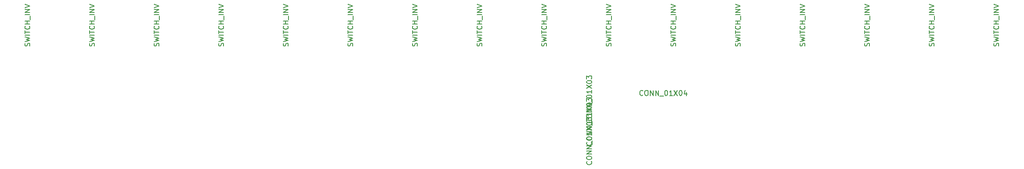
<source format=gbr>
G04 #@! TF.FileFunction,Other,Fab,Top*
%FSLAX46Y46*%
G04 Gerber Fmt 4.6, Leading zero omitted, Abs format (unit mm)*
G04 Created by KiCad (PCBNEW 4.0.2-stable) date 12/08/2016 19:46:14*
%MOMM*%
G01*
G04 APERTURE LIST*
%ADD10C,0.100000*%
%ADD11C,0.150000*%
G04 APERTURE END LIST*
D10*
D11*
X184582143Y-47203809D02*
X184629762Y-47251428D01*
X184677381Y-47394285D01*
X184677381Y-47489523D01*
X184629762Y-47632381D01*
X184534524Y-47727619D01*
X184439286Y-47775238D01*
X184248810Y-47822857D01*
X184105952Y-47822857D01*
X183915476Y-47775238D01*
X183820238Y-47727619D01*
X183725000Y-47632381D01*
X183677381Y-47489523D01*
X183677381Y-47394285D01*
X183725000Y-47251428D01*
X183772619Y-47203809D01*
X183677381Y-46584762D02*
X183677381Y-46394285D01*
X183725000Y-46299047D01*
X183820238Y-46203809D01*
X184010714Y-46156190D01*
X184344048Y-46156190D01*
X184534524Y-46203809D01*
X184629762Y-46299047D01*
X184677381Y-46394285D01*
X184677381Y-46584762D01*
X184629762Y-46680000D01*
X184534524Y-46775238D01*
X184344048Y-46822857D01*
X184010714Y-46822857D01*
X183820238Y-46775238D01*
X183725000Y-46680000D01*
X183677381Y-46584762D01*
X184677381Y-45727619D02*
X183677381Y-45727619D01*
X184677381Y-45156190D01*
X183677381Y-45156190D01*
X184677381Y-44680000D02*
X183677381Y-44680000D01*
X184677381Y-44108571D01*
X183677381Y-44108571D01*
X184772619Y-43870476D02*
X184772619Y-43108571D01*
X183677381Y-42680000D02*
X183677381Y-42584761D01*
X183725000Y-42489523D01*
X183772619Y-42441904D01*
X183867857Y-42394285D01*
X184058333Y-42346666D01*
X184296429Y-42346666D01*
X184486905Y-42394285D01*
X184582143Y-42441904D01*
X184629762Y-42489523D01*
X184677381Y-42584761D01*
X184677381Y-42680000D01*
X184629762Y-42775238D01*
X184582143Y-42822857D01*
X184486905Y-42870476D01*
X184296429Y-42918095D01*
X184058333Y-42918095D01*
X183867857Y-42870476D01*
X183772619Y-42822857D01*
X183725000Y-42775238D01*
X183677381Y-42680000D01*
X184677381Y-41394285D02*
X184677381Y-41965714D01*
X184677381Y-41680000D02*
X183677381Y-41680000D01*
X183820238Y-41775238D01*
X183915476Y-41870476D01*
X183963095Y-41965714D01*
X183677381Y-41060952D02*
X184677381Y-40394285D01*
X183677381Y-40394285D02*
X184677381Y-41060952D01*
X183677381Y-39822857D02*
X183677381Y-39727618D01*
X183725000Y-39632380D01*
X183772619Y-39584761D01*
X183867857Y-39537142D01*
X184058333Y-39489523D01*
X184296429Y-39489523D01*
X184486905Y-39537142D01*
X184582143Y-39584761D01*
X184629762Y-39632380D01*
X184677381Y-39727618D01*
X184677381Y-39822857D01*
X184629762Y-39918095D01*
X184582143Y-39965714D01*
X184486905Y-40013333D01*
X184296429Y-40060952D01*
X184058333Y-40060952D01*
X183867857Y-40013333D01*
X183772619Y-39965714D01*
X183725000Y-39918095D01*
X183677381Y-39822857D01*
X183677381Y-39156190D02*
X183677381Y-38537142D01*
X184058333Y-38870476D01*
X184058333Y-38727618D01*
X184105952Y-38632380D01*
X184153571Y-38584761D01*
X184248810Y-38537142D01*
X184486905Y-38537142D01*
X184582143Y-38584761D01*
X184629762Y-38632380D01*
X184677381Y-38727618D01*
X184677381Y-39013333D01*
X184629762Y-39108571D01*
X184582143Y-39156190D01*
X264654762Y-28226428D02*
X264702381Y-28083571D01*
X264702381Y-27845475D01*
X264654762Y-27750237D01*
X264607143Y-27702618D01*
X264511905Y-27654999D01*
X264416667Y-27654999D01*
X264321429Y-27702618D01*
X264273810Y-27750237D01*
X264226190Y-27845475D01*
X264178571Y-28035952D01*
X264130952Y-28131190D01*
X264083333Y-28178809D01*
X263988095Y-28226428D01*
X263892857Y-28226428D01*
X263797619Y-28178809D01*
X263750000Y-28131190D01*
X263702381Y-28035952D01*
X263702381Y-27797856D01*
X263750000Y-27654999D01*
X263702381Y-27321666D02*
X264702381Y-27083571D01*
X263988095Y-26893094D01*
X264702381Y-26702618D01*
X263702381Y-26464523D01*
X264702381Y-26083571D02*
X263702381Y-26083571D01*
X263702381Y-25750238D02*
X263702381Y-25178809D01*
X264702381Y-25464524D02*
X263702381Y-25464524D01*
X264607143Y-24274047D02*
X264654762Y-24321666D01*
X264702381Y-24464523D01*
X264702381Y-24559761D01*
X264654762Y-24702619D01*
X264559524Y-24797857D01*
X264464286Y-24845476D01*
X264273810Y-24893095D01*
X264130952Y-24893095D01*
X263940476Y-24845476D01*
X263845238Y-24797857D01*
X263750000Y-24702619D01*
X263702381Y-24559761D01*
X263702381Y-24464523D01*
X263750000Y-24321666D01*
X263797619Y-24274047D01*
X264702381Y-23845476D02*
X263702381Y-23845476D01*
X264178571Y-23845476D02*
X264178571Y-23274047D01*
X264702381Y-23274047D02*
X263702381Y-23274047D01*
X264797619Y-23035952D02*
X264797619Y-22274047D01*
X264702381Y-22035952D02*
X263702381Y-22035952D01*
X264702381Y-21559762D02*
X263702381Y-21559762D01*
X264702381Y-20988333D01*
X263702381Y-20988333D01*
X263702381Y-20655000D02*
X264702381Y-20321667D01*
X263702381Y-19988333D01*
X251954762Y-28226428D02*
X252002381Y-28083571D01*
X252002381Y-27845475D01*
X251954762Y-27750237D01*
X251907143Y-27702618D01*
X251811905Y-27654999D01*
X251716667Y-27654999D01*
X251621429Y-27702618D01*
X251573810Y-27750237D01*
X251526190Y-27845475D01*
X251478571Y-28035952D01*
X251430952Y-28131190D01*
X251383333Y-28178809D01*
X251288095Y-28226428D01*
X251192857Y-28226428D01*
X251097619Y-28178809D01*
X251050000Y-28131190D01*
X251002381Y-28035952D01*
X251002381Y-27797856D01*
X251050000Y-27654999D01*
X251002381Y-27321666D02*
X252002381Y-27083571D01*
X251288095Y-26893094D01*
X252002381Y-26702618D01*
X251002381Y-26464523D01*
X252002381Y-26083571D02*
X251002381Y-26083571D01*
X251002381Y-25750238D02*
X251002381Y-25178809D01*
X252002381Y-25464524D02*
X251002381Y-25464524D01*
X251907143Y-24274047D02*
X251954762Y-24321666D01*
X252002381Y-24464523D01*
X252002381Y-24559761D01*
X251954762Y-24702619D01*
X251859524Y-24797857D01*
X251764286Y-24845476D01*
X251573810Y-24893095D01*
X251430952Y-24893095D01*
X251240476Y-24845476D01*
X251145238Y-24797857D01*
X251050000Y-24702619D01*
X251002381Y-24559761D01*
X251002381Y-24464523D01*
X251050000Y-24321666D01*
X251097619Y-24274047D01*
X252002381Y-23845476D02*
X251002381Y-23845476D01*
X251478571Y-23845476D02*
X251478571Y-23274047D01*
X252002381Y-23274047D02*
X251002381Y-23274047D01*
X252097619Y-23035952D02*
X252097619Y-22274047D01*
X252002381Y-22035952D02*
X251002381Y-22035952D01*
X252002381Y-21559762D02*
X251002381Y-21559762D01*
X252002381Y-20988333D01*
X251002381Y-20988333D01*
X251002381Y-20655000D02*
X252002381Y-20321667D01*
X251002381Y-19988333D01*
X239254762Y-28226428D02*
X239302381Y-28083571D01*
X239302381Y-27845475D01*
X239254762Y-27750237D01*
X239207143Y-27702618D01*
X239111905Y-27654999D01*
X239016667Y-27654999D01*
X238921429Y-27702618D01*
X238873810Y-27750237D01*
X238826190Y-27845475D01*
X238778571Y-28035952D01*
X238730952Y-28131190D01*
X238683333Y-28178809D01*
X238588095Y-28226428D01*
X238492857Y-28226428D01*
X238397619Y-28178809D01*
X238350000Y-28131190D01*
X238302381Y-28035952D01*
X238302381Y-27797856D01*
X238350000Y-27654999D01*
X238302381Y-27321666D02*
X239302381Y-27083571D01*
X238588095Y-26893094D01*
X239302381Y-26702618D01*
X238302381Y-26464523D01*
X239302381Y-26083571D02*
X238302381Y-26083571D01*
X238302381Y-25750238D02*
X238302381Y-25178809D01*
X239302381Y-25464524D02*
X238302381Y-25464524D01*
X239207143Y-24274047D02*
X239254762Y-24321666D01*
X239302381Y-24464523D01*
X239302381Y-24559761D01*
X239254762Y-24702619D01*
X239159524Y-24797857D01*
X239064286Y-24845476D01*
X238873810Y-24893095D01*
X238730952Y-24893095D01*
X238540476Y-24845476D01*
X238445238Y-24797857D01*
X238350000Y-24702619D01*
X238302381Y-24559761D01*
X238302381Y-24464523D01*
X238350000Y-24321666D01*
X238397619Y-24274047D01*
X239302381Y-23845476D02*
X238302381Y-23845476D01*
X238778571Y-23845476D02*
X238778571Y-23274047D01*
X239302381Y-23274047D02*
X238302381Y-23274047D01*
X239397619Y-23035952D02*
X239397619Y-22274047D01*
X239302381Y-22035952D02*
X238302381Y-22035952D01*
X239302381Y-21559762D02*
X238302381Y-21559762D01*
X239302381Y-20988333D01*
X238302381Y-20988333D01*
X238302381Y-20655000D02*
X239302381Y-20321667D01*
X238302381Y-19988333D01*
X226554762Y-28226428D02*
X226602381Y-28083571D01*
X226602381Y-27845475D01*
X226554762Y-27750237D01*
X226507143Y-27702618D01*
X226411905Y-27654999D01*
X226316667Y-27654999D01*
X226221429Y-27702618D01*
X226173810Y-27750237D01*
X226126190Y-27845475D01*
X226078571Y-28035952D01*
X226030952Y-28131190D01*
X225983333Y-28178809D01*
X225888095Y-28226428D01*
X225792857Y-28226428D01*
X225697619Y-28178809D01*
X225650000Y-28131190D01*
X225602381Y-28035952D01*
X225602381Y-27797856D01*
X225650000Y-27654999D01*
X225602381Y-27321666D02*
X226602381Y-27083571D01*
X225888095Y-26893094D01*
X226602381Y-26702618D01*
X225602381Y-26464523D01*
X226602381Y-26083571D02*
X225602381Y-26083571D01*
X225602381Y-25750238D02*
X225602381Y-25178809D01*
X226602381Y-25464524D02*
X225602381Y-25464524D01*
X226507143Y-24274047D02*
X226554762Y-24321666D01*
X226602381Y-24464523D01*
X226602381Y-24559761D01*
X226554762Y-24702619D01*
X226459524Y-24797857D01*
X226364286Y-24845476D01*
X226173810Y-24893095D01*
X226030952Y-24893095D01*
X225840476Y-24845476D01*
X225745238Y-24797857D01*
X225650000Y-24702619D01*
X225602381Y-24559761D01*
X225602381Y-24464523D01*
X225650000Y-24321666D01*
X225697619Y-24274047D01*
X226602381Y-23845476D02*
X225602381Y-23845476D01*
X226078571Y-23845476D02*
X226078571Y-23274047D01*
X226602381Y-23274047D02*
X225602381Y-23274047D01*
X226697619Y-23035952D02*
X226697619Y-22274047D01*
X226602381Y-22035952D02*
X225602381Y-22035952D01*
X226602381Y-21559762D02*
X225602381Y-21559762D01*
X226602381Y-20988333D01*
X225602381Y-20988333D01*
X225602381Y-20655000D02*
X226602381Y-20321667D01*
X225602381Y-19988333D01*
X213854762Y-28226428D02*
X213902381Y-28083571D01*
X213902381Y-27845475D01*
X213854762Y-27750237D01*
X213807143Y-27702618D01*
X213711905Y-27654999D01*
X213616667Y-27654999D01*
X213521429Y-27702618D01*
X213473810Y-27750237D01*
X213426190Y-27845475D01*
X213378571Y-28035952D01*
X213330952Y-28131190D01*
X213283333Y-28178809D01*
X213188095Y-28226428D01*
X213092857Y-28226428D01*
X212997619Y-28178809D01*
X212950000Y-28131190D01*
X212902381Y-28035952D01*
X212902381Y-27797856D01*
X212950000Y-27654999D01*
X212902381Y-27321666D02*
X213902381Y-27083571D01*
X213188095Y-26893094D01*
X213902381Y-26702618D01*
X212902381Y-26464523D01*
X213902381Y-26083571D02*
X212902381Y-26083571D01*
X212902381Y-25750238D02*
X212902381Y-25178809D01*
X213902381Y-25464524D02*
X212902381Y-25464524D01*
X213807143Y-24274047D02*
X213854762Y-24321666D01*
X213902381Y-24464523D01*
X213902381Y-24559761D01*
X213854762Y-24702619D01*
X213759524Y-24797857D01*
X213664286Y-24845476D01*
X213473810Y-24893095D01*
X213330952Y-24893095D01*
X213140476Y-24845476D01*
X213045238Y-24797857D01*
X212950000Y-24702619D01*
X212902381Y-24559761D01*
X212902381Y-24464523D01*
X212950000Y-24321666D01*
X212997619Y-24274047D01*
X213902381Y-23845476D02*
X212902381Y-23845476D01*
X213378571Y-23845476D02*
X213378571Y-23274047D01*
X213902381Y-23274047D02*
X212902381Y-23274047D01*
X213997619Y-23035952D02*
X213997619Y-22274047D01*
X213902381Y-22035952D02*
X212902381Y-22035952D01*
X213902381Y-21559762D02*
X212902381Y-21559762D01*
X213902381Y-20988333D01*
X212902381Y-20988333D01*
X212902381Y-20655000D02*
X213902381Y-20321667D01*
X212902381Y-19988333D01*
X201154762Y-28226428D02*
X201202381Y-28083571D01*
X201202381Y-27845475D01*
X201154762Y-27750237D01*
X201107143Y-27702618D01*
X201011905Y-27654999D01*
X200916667Y-27654999D01*
X200821429Y-27702618D01*
X200773810Y-27750237D01*
X200726190Y-27845475D01*
X200678571Y-28035952D01*
X200630952Y-28131190D01*
X200583333Y-28178809D01*
X200488095Y-28226428D01*
X200392857Y-28226428D01*
X200297619Y-28178809D01*
X200250000Y-28131190D01*
X200202381Y-28035952D01*
X200202381Y-27797856D01*
X200250000Y-27654999D01*
X200202381Y-27321666D02*
X201202381Y-27083571D01*
X200488095Y-26893094D01*
X201202381Y-26702618D01*
X200202381Y-26464523D01*
X201202381Y-26083571D02*
X200202381Y-26083571D01*
X200202381Y-25750238D02*
X200202381Y-25178809D01*
X201202381Y-25464524D02*
X200202381Y-25464524D01*
X201107143Y-24274047D02*
X201154762Y-24321666D01*
X201202381Y-24464523D01*
X201202381Y-24559761D01*
X201154762Y-24702619D01*
X201059524Y-24797857D01*
X200964286Y-24845476D01*
X200773810Y-24893095D01*
X200630952Y-24893095D01*
X200440476Y-24845476D01*
X200345238Y-24797857D01*
X200250000Y-24702619D01*
X200202381Y-24559761D01*
X200202381Y-24464523D01*
X200250000Y-24321666D01*
X200297619Y-24274047D01*
X201202381Y-23845476D02*
X200202381Y-23845476D01*
X200678571Y-23845476D02*
X200678571Y-23274047D01*
X201202381Y-23274047D02*
X200202381Y-23274047D01*
X201297619Y-23035952D02*
X201297619Y-22274047D01*
X201202381Y-22035952D02*
X200202381Y-22035952D01*
X201202381Y-21559762D02*
X200202381Y-21559762D01*
X201202381Y-20988333D01*
X200202381Y-20988333D01*
X200202381Y-20655000D02*
X201202381Y-20321667D01*
X200202381Y-19988333D01*
X188454762Y-28226428D02*
X188502381Y-28083571D01*
X188502381Y-27845475D01*
X188454762Y-27750237D01*
X188407143Y-27702618D01*
X188311905Y-27654999D01*
X188216667Y-27654999D01*
X188121429Y-27702618D01*
X188073810Y-27750237D01*
X188026190Y-27845475D01*
X187978571Y-28035952D01*
X187930952Y-28131190D01*
X187883333Y-28178809D01*
X187788095Y-28226428D01*
X187692857Y-28226428D01*
X187597619Y-28178809D01*
X187550000Y-28131190D01*
X187502381Y-28035952D01*
X187502381Y-27797856D01*
X187550000Y-27654999D01*
X187502381Y-27321666D02*
X188502381Y-27083571D01*
X187788095Y-26893094D01*
X188502381Y-26702618D01*
X187502381Y-26464523D01*
X188502381Y-26083571D02*
X187502381Y-26083571D01*
X187502381Y-25750238D02*
X187502381Y-25178809D01*
X188502381Y-25464524D02*
X187502381Y-25464524D01*
X188407143Y-24274047D02*
X188454762Y-24321666D01*
X188502381Y-24464523D01*
X188502381Y-24559761D01*
X188454762Y-24702619D01*
X188359524Y-24797857D01*
X188264286Y-24845476D01*
X188073810Y-24893095D01*
X187930952Y-24893095D01*
X187740476Y-24845476D01*
X187645238Y-24797857D01*
X187550000Y-24702619D01*
X187502381Y-24559761D01*
X187502381Y-24464523D01*
X187550000Y-24321666D01*
X187597619Y-24274047D01*
X188502381Y-23845476D02*
X187502381Y-23845476D01*
X187978571Y-23845476D02*
X187978571Y-23274047D01*
X188502381Y-23274047D02*
X187502381Y-23274047D01*
X188597619Y-23035952D02*
X188597619Y-22274047D01*
X188502381Y-22035952D02*
X187502381Y-22035952D01*
X188502381Y-21559762D02*
X187502381Y-21559762D01*
X188502381Y-20988333D01*
X187502381Y-20988333D01*
X187502381Y-20655000D02*
X188502381Y-20321667D01*
X187502381Y-19988333D01*
X175754762Y-28226428D02*
X175802381Y-28083571D01*
X175802381Y-27845475D01*
X175754762Y-27750237D01*
X175707143Y-27702618D01*
X175611905Y-27654999D01*
X175516667Y-27654999D01*
X175421429Y-27702618D01*
X175373810Y-27750237D01*
X175326190Y-27845475D01*
X175278571Y-28035952D01*
X175230952Y-28131190D01*
X175183333Y-28178809D01*
X175088095Y-28226428D01*
X174992857Y-28226428D01*
X174897619Y-28178809D01*
X174850000Y-28131190D01*
X174802381Y-28035952D01*
X174802381Y-27797856D01*
X174850000Y-27654999D01*
X174802381Y-27321666D02*
X175802381Y-27083571D01*
X175088095Y-26893094D01*
X175802381Y-26702618D01*
X174802381Y-26464523D01*
X175802381Y-26083571D02*
X174802381Y-26083571D01*
X174802381Y-25750238D02*
X174802381Y-25178809D01*
X175802381Y-25464524D02*
X174802381Y-25464524D01*
X175707143Y-24274047D02*
X175754762Y-24321666D01*
X175802381Y-24464523D01*
X175802381Y-24559761D01*
X175754762Y-24702619D01*
X175659524Y-24797857D01*
X175564286Y-24845476D01*
X175373810Y-24893095D01*
X175230952Y-24893095D01*
X175040476Y-24845476D01*
X174945238Y-24797857D01*
X174850000Y-24702619D01*
X174802381Y-24559761D01*
X174802381Y-24464523D01*
X174850000Y-24321666D01*
X174897619Y-24274047D01*
X175802381Y-23845476D02*
X174802381Y-23845476D01*
X175278571Y-23845476D02*
X175278571Y-23274047D01*
X175802381Y-23274047D02*
X174802381Y-23274047D01*
X175897619Y-23035952D02*
X175897619Y-22274047D01*
X175802381Y-22035952D02*
X174802381Y-22035952D01*
X175802381Y-21559762D02*
X174802381Y-21559762D01*
X175802381Y-20988333D01*
X174802381Y-20988333D01*
X174802381Y-20655000D02*
X175802381Y-20321667D01*
X174802381Y-19988333D01*
X163054762Y-28226428D02*
X163102381Y-28083571D01*
X163102381Y-27845475D01*
X163054762Y-27750237D01*
X163007143Y-27702618D01*
X162911905Y-27654999D01*
X162816667Y-27654999D01*
X162721429Y-27702618D01*
X162673810Y-27750237D01*
X162626190Y-27845475D01*
X162578571Y-28035952D01*
X162530952Y-28131190D01*
X162483333Y-28178809D01*
X162388095Y-28226428D01*
X162292857Y-28226428D01*
X162197619Y-28178809D01*
X162150000Y-28131190D01*
X162102381Y-28035952D01*
X162102381Y-27797856D01*
X162150000Y-27654999D01*
X162102381Y-27321666D02*
X163102381Y-27083571D01*
X162388095Y-26893094D01*
X163102381Y-26702618D01*
X162102381Y-26464523D01*
X163102381Y-26083571D02*
X162102381Y-26083571D01*
X162102381Y-25750238D02*
X162102381Y-25178809D01*
X163102381Y-25464524D02*
X162102381Y-25464524D01*
X163007143Y-24274047D02*
X163054762Y-24321666D01*
X163102381Y-24464523D01*
X163102381Y-24559761D01*
X163054762Y-24702619D01*
X162959524Y-24797857D01*
X162864286Y-24845476D01*
X162673810Y-24893095D01*
X162530952Y-24893095D01*
X162340476Y-24845476D01*
X162245238Y-24797857D01*
X162150000Y-24702619D01*
X162102381Y-24559761D01*
X162102381Y-24464523D01*
X162150000Y-24321666D01*
X162197619Y-24274047D01*
X163102381Y-23845476D02*
X162102381Y-23845476D01*
X162578571Y-23845476D02*
X162578571Y-23274047D01*
X163102381Y-23274047D02*
X162102381Y-23274047D01*
X163197619Y-23035952D02*
X163197619Y-22274047D01*
X163102381Y-22035952D02*
X162102381Y-22035952D01*
X163102381Y-21559762D02*
X162102381Y-21559762D01*
X163102381Y-20988333D01*
X162102381Y-20988333D01*
X162102381Y-20655000D02*
X163102381Y-20321667D01*
X162102381Y-19988333D01*
X150354762Y-28226428D02*
X150402381Y-28083571D01*
X150402381Y-27845475D01*
X150354762Y-27750237D01*
X150307143Y-27702618D01*
X150211905Y-27654999D01*
X150116667Y-27654999D01*
X150021429Y-27702618D01*
X149973810Y-27750237D01*
X149926190Y-27845475D01*
X149878571Y-28035952D01*
X149830952Y-28131190D01*
X149783333Y-28178809D01*
X149688095Y-28226428D01*
X149592857Y-28226428D01*
X149497619Y-28178809D01*
X149450000Y-28131190D01*
X149402381Y-28035952D01*
X149402381Y-27797856D01*
X149450000Y-27654999D01*
X149402381Y-27321666D02*
X150402381Y-27083571D01*
X149688095Y-26893094D01*
X150402381Y-26702618D01*
X149402381Y-26464523D01*
X150402381Y-26083571D02*
X149402381Y-26083571D01*
X149402381Y-25750238D02*
X149402381Y-25178809D01*
X150402381Y-25464524D02*
X149402381Y-25464524D01*
X150307143Y-24274047D02*
X150354762Y-24321666D01*
X150402381Y-24464523D01*
X150402381Y-24559761D01*
X150354762Y-24702619D01*
X150259524Y-24797857D01*
X150164286Y-24845476D01*
X149973810Y-24893095D01*
X149830952Y-24893095D01*
X149640476Y-24845476D01*
X149545238Y-24797857D01*
X149450000Y-24702619D01*
X149402381Y-24559761D01*
X149402381Y-24464523D01*
X149450000Y-24321666D01*
X149497619Y-24274047D01*
X150402381Y-23845476D02*
X149402381Y-23845476D01*
X149878571Y-23845476D02*
X149878571Y-23274047D01*
X150402381Y-23274047D02*
X149402381Y-23274047D01*
X150497619Y-23035952D02*
X150497619Y-22274047D01*
X150402381Y-22035952D02*
X149402381Y-22035952D01*
X150402381Y-21559762D02*
X149402381Y-21559762D01*
X150402381Y-20988333D01*
X149402381Y-20988333D01*
X149402381Y-20655000D02*
X150402381Y-20321667D01*
X149402381Y-19988333D01*
X137654762Y-28226428D02*
X137702381Y-28083571D01*
X137702381Y-27845475D01*
X137654762Y-27750237D01*
X137607143Y-27702618D01*
X137511905Y-27654999D01*
X137416667Y-27654999D01*
X137321429Y-27702618D01*
X137273810Y-27750237D01*
X137226190Y-27845475D01*
X137178571Y-28035952D01*
X137130952Y-28131190D01*
X137083333Y-28178809D01*
X136988095Y-28226428D01*
X136892857Y-28226428D01*
X136797619Y-28178809D01*
X136750000Y-28131190D01*
X136702381Y-28035952D01*
X136702381Y-27797856D01*
X136750000Y-27654999D01*
X136702381Y-27321666D02*
X137702381Y-27083571D01*
X136988095Y-26893094D01*
X137702381Y-26702618D01*
X136702381Y-26464523D01*
X137702381Y-26083571D02*
X136702381Y-26083571D01*
X136702381Y-25750238D02*
X136702381Y-25178809D01*
X137702381Y-25464524D02*
X136702381Y-25464524D01*
X137607143Y-24274047D02*
X137654762Y-24321666D01*
X137702381Y-24464523D01*
X137702381Y-24559761D01*
X137654762Y-24702619D01*
X137559524Y-24797857D01*
X137464286Y-24845476D01*
X137273810Y-24893095D01*
X137130952Y-24893095D01*
X136940476Y-24845476D01*
X136845238Y-24797857D01*
X136750000Y-24702619D01*
X136702381Y-24559761D01*
X136702381Y-24464523D01*
X136750000Y-24321666D01*
X136797619Y-24274047D01*
X137702381Y-23845476D02*
X136702381Y-23845476D01*
X137178571Y-23845476D02*
X137178571Y-23274047D01*
X137702381Y-23274047D02*
X136702381Y-23274047D01*
X137797619Y-23035952D02*
X137797619Y-22274047D01*
X137702381Y-22035952D02*
X136702381Y-22035952D01*
X137702381Y-21559762D02*
X136702381Y-21559762D01*
X137702381Y-20988333D01*
X136702381Y-20988333D01*
X136702381Y-20655000D02*
X137702381Y-20321667D01*
X136702381Y-19988333D01*
X124954762Y-28226428D02*
X125002381Y-28083571D01*
X125002381Y-27845475D01*
X124954762Y-27750237D01*
X124907143Y-27702618D01*
X124811905Y-27654999D01*
X124716667Y-27654999D01*
X124621429Y-27702618D01*
X124573810Y-27750237D01*
X124526190Y-27845475D01*
X124478571Y-28035952D01*
X124430952Y-28131190D01*
X124383333Y-28178809D01*
X124288095Y-28226428D01*
X124192857Y-28226428D01*
X124097619Y-28178809D01*
X124050000Y-28131190D01*
X124002381Y-28035952D01*
X124002381Y-27797856D01*
X124050000Y-27654999D01*
X124002381Y-27321666D02*
X125002381Y-27083571D01*
X124288095Y-26893094D01*
X125002381Y-26702618D01*
X124002381Y-26464523D01*
X125002381Y-26083571D02*
X124002381Y-26083571D01*
X124002381Y-25750238D02*
X124002381Y-25178809D01*
X125002381Y-25464524D02*
X124002381Y-25464524D01*
X124907143Y-24274047D02*
X124954762Y-24321666D01*
X125002381Y-24464523D01*
X125002381Y-24559761D01*
X124954762Y-24702619D01*
X124859524Y-24797857D01*
X124764286Y-24845476D01*
X124573810Y-24893095D01*
X124430952Y-24893095D01*
X124240476Y-24845476D01*
X124145238Y-24797857D01*
X124050000Y-24702619D01*
X124002381Y-24559761D01*
X124002381Y-24464523D01*
X124050000Y-24321666D01*
X124097619Y-24274047D01*
X125002381Y-23845476D02*
X124002381Y-23845476D01*
X124478571Y-23845476D02*
X124478571Y-23274047D01*
X125002381Y-23274047D02*
X124002381Y-23274047D01*
X125097619Y-23035952D02*
X125097619Y-22274047D01*
X125002381Y-22035952D02*
X124002381Y-22035952D01*
X125002381Y-21559762D02*
X124002381Y-21559762D01*
X125002381Y-20988333D01*
X124002381Y-20988333D01*
X124002381Y-20655000D02*
X125002381Y-20321667D01*
X124002381Y-19988333D01*
X112254762Y-28226428D02*
X112302381Y-28083571D01*
X112302381Y-27845475D01*
X112254762Y-27750237D01*
X112207143Y-27702618D01*
X112111905Y-27654999D01*
X112016667Y-27654999D01*
X111921429Y-27702618D01*
X111873810Y-27750237D01*
X111826190Y-27845475D01*
X111778571Y-28035952D01*
X111730952Y-28131190D01*
X111683333Y-28178809D01*
X111588095Y-28226428D01*
X111492857Y-28226428D01*
X111397619Y-28178809D01*
X111350000Y-28131190D01*
X111302381Y-28035952D01*
X111302381Y-27797856D01*
X111350000Y-27654999D01*
X111302381Y-27321666D02*
X112302381Y-27083571D01*
X111588095Y-26893094D01*
X112302381Y-26702618D01*
X111302381Y-26464523D01*
X112302381Y-26083571D02*
X111302381Y-26083571D01*
X111302381Y-25750238D02*
X111302381Y-25178809D01*
X112302381Y-25464524D02*
X111302381Y-25464524D01*
X112207143Y-24274047D02*
X112254762Y-24321666D01*
X112302381Y-24464523D01*
X112302381Y-24559761D01*
X112254762Y-24702619D01*
X112159524Y-24797857D01*
X112064286Y-24845476D01*
X111873810Y-24893095D01*
X111730952Y-24893095D01*
X111540476Y-24845476D01*
X111445238Y-24797857D01*
X111350000Y-24702619D01*
X111302381Y-24559761D01*
X111302381Y-24464523D01*
X111350000Y-24321666D01*
X111397619Y-24274047D01*
X112302381Y-23845476D02*
X111302381Y-23845476D01*
X111778571Y-23845476D02*
X111778571Y-23274047D01*
X112302381Y-23274047D02*
X111302381Y-23274047D01*
X112397619Y-23035952D02*
X112397619Y-22274047D01*
X112302381Y-22035952D02*
X111302381Y-22035952D01*
X112302381Y-21559762D02*
X111302381Y-21559762D01*
X112302381Y-20988333D01*
X111302381Y-20988333D01*
X111302381Y-20655000D02*
X112302381Y-20321667D01*
X111302381Y-19988333D01*
X99554762Y-28226428D02*
X99602381Y-28083571D01*
X99602381Y-27845475D01*
X99554762Y-27750237D01*
X99507143Y-27702618D01*
X99411905Y-27654999D01*
X99316667Y-27654999D01*
X99221429Y-27702618D01*
X99173810Y-27750237D01*
X99126190Y-27845475D01*
X99078571Y-28035952D01*
X99030952Y-28131190D01*
X98983333Y-28178809D01*
X98888095Y-28226428D01*
X98792857Y-28226428D01*
X98697619Y-28178809D01*
X98650000Y-28131190D01*
X98602381Y-28035952D01*
X98602381Y-27797856D01*
X98650000Y-27654999D01*
X98602381Y-27321666D02*
X99602381Y-27083571D01*
X98888095Y-26893094D01*
X99602381Y-26702618D01*
X98602381Y-26464523D01*
X99602381Y-26083571D02*
X98602381Y-26083571D01*
X98602381Y-25750238D02*
X98602381Y-25178809D01*
X99602381Y-25464524D02*
X98602381Y-25464524D01*
X99507143Y-24274047D02*
X99554762Y-24321666D01*
X99602381Y-24464523D01*
X99602381Y-24559761D01*
X99554762Y-24702619D01*
X99459524Y-24797857D01*
X99364286Y-24845476D01*
X99173810Y-24893095D01*
X99030952Y-24893095D01*
X98840476Y-24845476D01*
X98745238Y-24797857D01*
X98650000Y-24702619D01*
X98602381Y-24559761D01*
X98602381Y-24464523D01*
X98650000Y-24321666D01*
X98697619Y-24274047D01*
X99602381Y-23845476D02*
X98602381Y-23845476D01*
X99078571Y-23845476D02*
X99078571Y-23274047D01*
X99602381Y-23274047D02*
X98602381Y-23274047D01*
X99697619Y-23035952D02*
X99697619Y-22274047D01*
X99602381Y-22035952D02*
X98602381Y-22035952D01*
X99602381Y-21559762D02*
X98602381Y-21559762D01*
X99602381Y-20988333D01*
X98602381Y-20988333D01*
X98602381Y-20655000D02*
X99602381Y-20321667D01*
X98602381Y-19988333D01*
X86854762Y-28226428D02*
X86902381Y-28083571D01*
X86902381Y-27845475D01*
X86854762Y-27750237D01*
X86807143Y-27702618D01*
X86711905Y-27654999D01*
X86616667Y-27654999D01*
X86521429Y-27702618D01*
X86473810Y-27750237D01*
X86426190Y-27845475D01*
X86378571Y-28035952D01*
X86330952Y-28131190D01*
X86283333Y-28178809D01*
X86188095Y-28226428D01*
X86092857Y-28226428D01*
X85997619Y-28178809D01*
X85950000Y-28131190D01*
X85902381Y-28035952D01*
X85902381Y-27797856D01*
X85950000Y-27654999D01*
X85902381Y-27321666D02*
X86902381Y-27083571D01*
X86188095Y-26893094D01*
X86902381Y-26702618D01*
X85902381Y-26464523D01*
X86902381Y-26083571D02*
X85902381Y-26083571D01*
X85902381Y-25750238D02*
X85902381Y-25178809D01*
X86902381Y-25464524D02*
X85902381Y-25464524D01*
X86807143Y-24274047D02*
X86854762Y-24321666D01*
X86902381Y-24464523D01*
X86902381Y-24559761D01*
X86854762Y-24702619D01*
X86759524Y-24797857D01*
X86664286Y-24845476D01*
X86473810Y-24893095D01*
X86330952Y-24893095D01*
X86140476Y-24845476D01*
X86045238Y-24797857D01*
X85950000Y-24702619D01*
X85902381Y-24559761D01*
X85902381Y-24464523D01*
X85950000Y-24321666D01*
X85997619Y-24274047D01*
X86902381Y-23845476D02*
X85902381Y-23845476D01*
X86378571Y-23845476D02*
X86378571Y-23274047D01*
X86902381Y-23274047D02*
X85902381Y-23274047D01*
X86997619Y-23035952D02*
X86997619Y-22274047D01*
X86902381Y-22035952D02*
X85902381Y-22035952D01*
X86902381Y-21559762D02*
X85902381Y-21559762D01*
X86902381Y-20988333D01*
X85902381Y-20988333D01*
X85902381Y-20655000D02*
X86902381Y-20321667D01*
X85902381Y-19988333D01*
X74154762Y-28226428D02*
X74202381Y-28083571D01*
X74202381Y-27845475D01*
X74154762Y-27750237D01*
X74107143Y-27702618D01*
X74011905Y-27654999D01*
X73916667Y-27654999D01*
X73821429Y-27702618D01*
X73773810Y-27750237D01*
X73726190Y-27845475D01*
X73678571Y-28035952D01*
X73630952Y-28131190D01*
X73583333Y-28178809D01*
X73488095Y-28226428D01*
X73392857Y-28226428D01*
X73297619Y-28178809D01*
X73250000Y-28131190D01*
X73202381Y-28035952D01*
X73202381Y-27797856D01*
X73250000Y-27654999D01*
X73202381Y-27321666D02*
X74202381Y-27083571D01*
X73488095Y-26893094D01*
X74202381Y-26702618D01*
X73202381Y-26464523D01*
X74202381Y-26083571D02*
X73202381Y-26083571D01*
X73202381Y-25750238D02*
X73202381Y-25178809D01*
X74202381Y-25464524D02*
X73202381Y-25464524D01*
X74107143Y-24274047D02*
X74154762Y-24321666D01*
X74202381Y-24464523D01*
X74202381Y-24559761D01*
X74154762Y-24702619D01*
X74059524Y-24797857D01*
X73964286Y-24845476D01*
X73773810Y-24893095D01*
X73630952Y-24893095D01*
X73440476Y-24845476D01*
X73345238Y-24797857D01*
X73250000Y-24702619D01*
X73202381Y-24559761D01*
X73202381Y-24464523D01*
X73250000Y-24321666D01*
X73297619Y-24274047D01*
X74202381Y-23845476D02*
X73202381Y-23845476D01*
X73678571Y-23845476D02*
X73678571Y-23274047D01*
X74202381Y-23274047D02*
X73202381Y-23274047D01*
X74297619Y-23035952D02*
X74297619Y-22274047D01*
X74202381Y-22035952D02*
X73202381Y-22035952D01*
X74202381Y-21559762D02*
X73202381Y-21559762D01*
X74202381Y-20988333D01*
X73202381Y-20988333D01*
X73202381Y-20655000D02*
X74202381Y-20321667D01*
X73202381Y-19988333D01*
X194731191Y-37897143D02*
X194683572Y-37944762D01*
X194540715Y-37992381D01*
X194445477Y-37992381D01*
X194302619Y-37944762D01*
X194207381Y-37849524D01*
X194159762Y-37754286D01*
X194112143Y-37563810D01*
X194112143Y-37420952D01*
X194159762Y-37230476D01*
X194207381Y-37135238D01*
X194302619Y-37040000D01*
X194445477Y-36992381D01*
X194540715Y-36992381D01*
X194683572Y-37040000D01*
X194731191Y-37087619D01*
X195350238Y-36992381D02*
X195540715Y-36992381D01*
X195635953Y-37040000D01*
X195731191Y-37135238D01*
X195778810Y-37325714D01*
X195778810Y-37659048D01*
X195731191Y-37849524D01*
X195635953Y-37944762D01*
X195540715Y-37992381D01*
X195350238Y-37992381D01*
X195255000Y-37944762D01*
X195159762Y-37849524D01*
X195112143Y-37659048D01*
X195112143Y-37325714D01*
X195159762Y-37135238D01*
X195255000Y-37040000D01*
X195350238Y-36992381D01*
X196207381Y-37992381D02*
X196207381Y-36992381D01*
X196778810Y-37992381D01*
X196778810Y-36992381D01*
X197255000Y-37992381D02*
X197255000Y-36992381D01*
X197826429Y-37992381D01*
X197826429Y-36992381D01*
X198064524Y-38087619D02*
X198826429Y-38087619D01*
X199255000Y-36992381D02*
X199350239Y-36992381D01*
X199445477Y-37040000D01*
X199493096Y-37087619D01*
X199540715Y-37182857D01*
X199588334Y-37373333D01*
X199588334Y-37611429D01*
X199540715Y-37801905D01*
X199493096Y-37897143D01*
X199445477Y-37944762D01*
X199350239Y-37992381D01*
X199255000Y-37992381D01*
X199159762Y-37944762D01*
X199112143Y-37897143D01*
X199064524Y-37801905D01*
X199016905Y-37611429D01*
X199016905Y-37373333D01*
X199064524Y-37182857D01*
X199112143Y-37087619D01*
X199159762Y-37040000D01*
X199255000Y-36992381D01*
X200540715Y-37992381D02*
X199969286Y-37992381D01*
X200255000Y-37992381D02*
X200255000Y-36992381D01*
X200159762Y-37135238D01*
X200064524Y-37230476D01*
X199969286Y-37278095D01*
X200874048Y-36992381D02*
X201540715Y-37992381D01*
X201540715Y-36992381D02*
X200874048Y-37992381D01*
X202112143Y-36992381D02*
X202207382Y-36992381D01*
X202302620Y-37040000D01*
X202350239Y-37087619D01*
X202397858Y-37182857D01*
X202445477Y-37373333D01*
X202445477Y-37611429D01*
X202397858Y-37801905D01*
X202350239Y-37897143D01*
X202302620Y-37944762D01*
X202207382Y-37992381D01*
X202112143Y-37992381D01*
X202016905Y-37944762D01*
X201969286Y-37897143D01*
X201921667Y-37801905D01*
X201874048Y-37611429D01*
X201874048Y-37373333D01*
X201921667Y-37182857D01*
X201969286Y-37087619D01*
X202016905Y-37040000D01*
X202112143Y-36992381D01*
X203302620Y-37325714D02*
X203302620Y-37992381D01*
X203064524Y-36944762D02*
X202826429Y-37659048D01*
X203445477Y-37659048D01*
X184582143Y-51013809D02*
X184629762Y-51061428D01*
X184677381Y-51204285D01*
X184677381Y-51299523D01*
X184629762Y-51442381D01*
X184534524Y-51537619D01*
X184439286Y-51585238D01*
X184248810Y-51632857D01*
X184105952Y-51632857D01*
X183915476Y-51585238D01*
X183820238Y-51537619D01*
X183725000Y-51442381D01*
X183677381Y-51299523D01*
X183677381Y-51204285D01*
X183725000Y-51061428D01*
X183772619Y-51013809D01*
X183677381Y-50394762D02*
X183677381Y-50204285D01*
X183725000Y-50109047D01*
X183820238Y-50013809D01*
X184010714Y-49966190D01*
X184344048Y-49966190D01*
X184534524Y-50013809D01*
X184629762Y-50109047D01*
X184677381Y-50204285D01*
X184677381Y-50394762D01*
X184629762Y-50490000D01*
X184534524Y-50585238D01*
X184344048Y-50632857D01*
X184010714Y-50632857D01*
X183820238Y-50585238D01*
X183725000Y-50490000D01*
X183677381Y-50394762D01*
X184677381Y-49537619D02*
X183677381Y-49537619D01*
X184677381Y-48966190D01*
X183677381Y-48966190D01*
X184677381Y-48490000D02*
X183677381Y-48490000D01*
X184677381Y-47918571D01*
X183677381Y-47918571D01*
X184772619Y-47680476D02*
X184772619Y-46918571D01*
X183677381Y-46490000D02*
X183677381Y-46394761D01*
X183725000Y-46299523D01*
X183772619Y-46251904D01*
X183867857Y-46204285D01*
X184058333Y-46156666D01*
X184296429Y-46156666D01*
X184486905Y-46204285D01*
X184582143Y-46251904D01*
X184629762Y-46299523D01*
X184677381Y-46394761D01*
X184677381Y-46490000D01*
X184629762Y-46585238D01*
X184582143Y-46632857D01*
X184486905Y-46680476D01*
X184296429Y-46728095D01*
X184058333Y-46728095D01*
X183867857Y-46680476D01*
X183772619Y-46632857D01*
X183725000Y-46585238D01*
X183677381Y-46490000D01*
X184677381Y-45204285D02*
X184677381Y-45775714D01*
X184677381Y-45490000D02*
X183677381Y-45490000D01*
X183820238Y-45585238D01*
X183915476Y-45680476D01*
X183963095Y-45775714D01*
X183677381Y-44870952D02*
X184677381Y-44204285D01*
X183677381Y-44204285D02*
X184677381Y-44870952D01*
X183677381Y-43632857D02*
X183677381Y-43537618D01*
X183725000Y-43442380D01*
X183772619Y-43394761D01*
X183867857Y-43347142D01*
X184058333Y-43299523D01*
X184296429Y-43299523D01*
X184486905Y-43347142D01*
X184582143Y-43394761D01*
X184629762Y-43442380D01*
X184677381Y-43537618D01*
X184677381Y-43632857D01*
X184629762Y-43728095D01*
X184582143Y-43775714D01*
X184486905Y-43823333D01*
X184296429Y-43870952D01*
X184058333Y-43870952D01*
X183867857Y-43823333D01*
X183772619Y-43775714D01*
X183725000Y-43728095D01*
X183677381Y-43632857D01*
X183677381Y-42966190D02*
X183677381Y-42347142D01*
X184058333Y-42680476D01*
X184058333Y-42537618D01*
X184105952Y-42442380D01*
X184153571Y-42394761D01*
X184248810Y-42347142D01*
X184486905Y-42347142D01*
X184582143Y-42394761D01*
X184629762Y-42442380D01*
X184677381Y-42537618D01*
X184677381Y-42823333D01*
X184629762Y-42918571D01*
X184582143Y-42966190D01*
X184582143Y-42758809D02*
X184629762Y-42806428D01*
X184677381Y-42949285D01*
X184677381Y-43044523D01*
X184629762Y-43187381D01*
X184534524Y-43282619D01*
X184439286Y-43330238D01*
X184248810Y-43377857D01*
X184105952Y-43377857D01*
X183915476Y-43330238D01*
X183820238Y-43282619D01*
X183725000Y-43187381D01*
X183677381Y-43044523D01*
X183677381Y-42949285D01*
X183725000Y-42806428D01*
X183772619Y-42758809D01*
X183677381Y-42139762D02*
X183677381Y-41949285D01*
X183725000Y-41854047D01*
X183820238Y-41758809D01*
X184010714Y-41711190D01*
X184344048Y-41711190D01*
X184534524Y-41758809D01*
X184629762Y-41854047D01*
X184677381Y-41949285D01*
X184677381Y-42139762D01*
X184629762Y-42235000D01*
X184534524Y-42330238D01*
X184344048Y-42377857D01*
X184010714Y-42377857D01*
X183820238Y-42330238D01*
X183725000Y-42235000D01*
X183677381Y-42139762D01*
X184677381Y-41282619D02*
X183677381Y-41282619D01*
X184677381Y-40711190D01*
X183677381Y-40711190D01*
X184677381Y-40235000D02*
X183677381Y-40235000D01*
X184677381Y-39663571D01*
X183677381Y-39663571D01*
X184772619Y-39425476D02*
X184772619Y-38663571D01*
X183677381Y-38235000D02*
X183677381Y-38139761D01*
X183725000Y-38044523D01*
X183772619Y-37996904D01*
X183867857Y-37949285D01*
X184058333Y-37901666D01*
X184296429Y-37901666D01*
X184486905Y-37949285D01*
X184582143Y-37996904D01*
X184629762Y-38044523D01*
X184677381Y-38139761D01*
X184677381Y-38235000D01*
X184629762Y-38330238D01*
X184582143Y-38377857D01*
X184486905Y-38425476D01*
X184296429Y-38473095D01*
X184058333Y-38473095D01*
X183867857Y-38425476D01*
X183772619Y-38377857D01*
X183725000Y-38330238D01*
X183677381Y-38235000D01*
X184677381Y-36949285D02*
X184677381Y-37520714D01*
X184677381Y-37235000D02*
X183677381Y-37235000D01*
X183820238Y-37330238D01*
X183915476Y-37425476D01*
X183963095Y-37520714D01*
X183677381Y-36615952D02*
X184677381Y-35949285D01*
X183677381Y-35949285D02*
X184677381Y-36615952D01*
X183677381Y-35377857D02*
X183677381Y-35282618D01*
X183725000Y-35187380D01*
X183772619Y-35139761D01*
X183867857Y-35092142D01*
X184058333Y-35044523D01*
X184296429Y-35044523D01*
X184486905Y-35092142D01*
X184582143Y-35139761D01*
X184629762Y-35187380D01*
X184677381Y-35282618D01*
X184677381Y-35377857D01*
X184629762Y-35473095D01*
X184582143Y-35520714D01*
X184486905Y-35568333D01*
X184296429Y-35615952D01*
X184058333Y-35615952D01*
X183867857Y-35568333D01*
X183772619Y-35520714D01*
X183725000Y-35473095D01*
X183677381Y-35377857D01*
X183677381Y-34711190D02*
X183677381Y-34092142D01*
X184058333Y-34425476D01*
X184058333Y-34282618D01*
X184105952Y-34187380D01*
X184153571Y-34139761D01*
X184248810Y-34092142D01*
X184486905Y-34092142D01*
X184582143Y-34139761D01*
X184629762Y-34187380D01*
X184677381Y-34282618D01*
X184677381Y-34568333D01*
X184629762Y-34663571D01*
X184582143Y-34711190D01*
M02*

</source>
